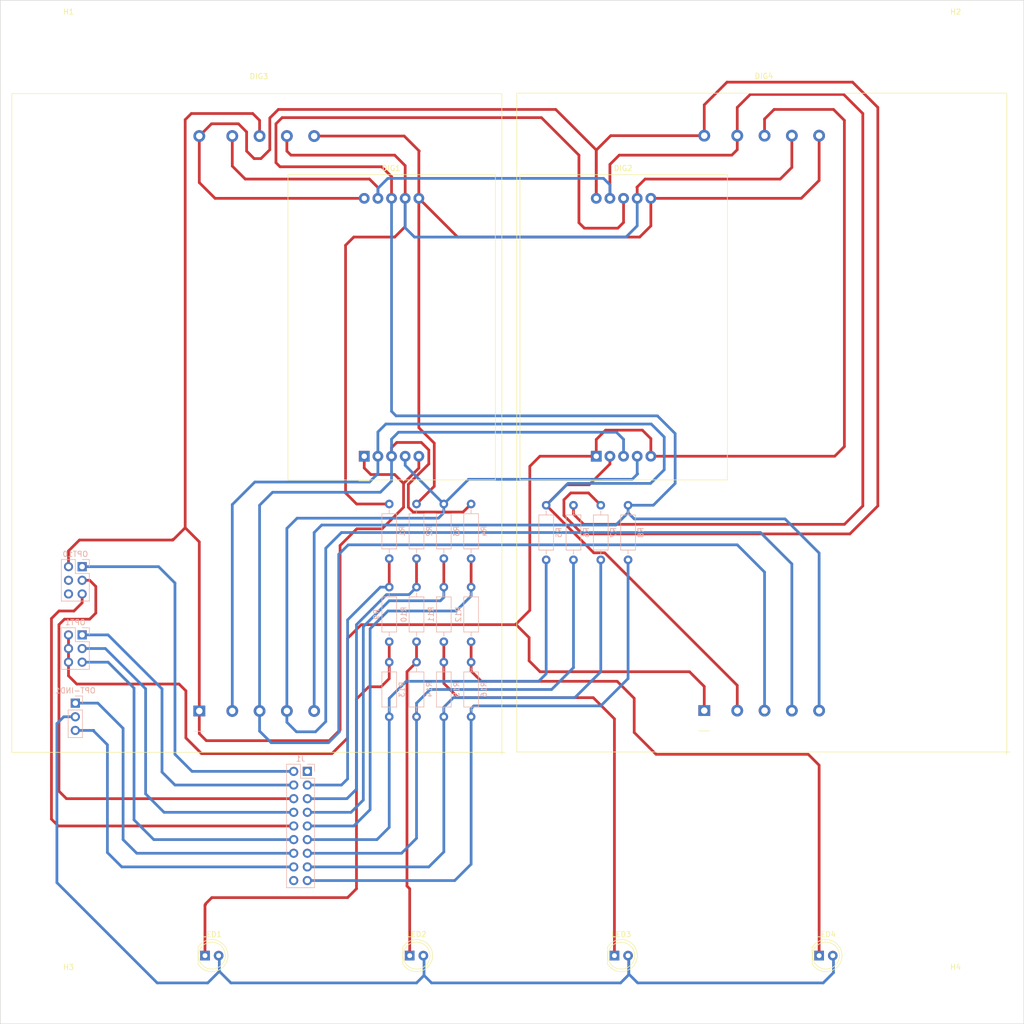
<source format=kicad_pcb>
(kicad_pcb (version 20221018) (generator pcbnew)
  (title_block (title "Portable Score Board - Digits") (date "2023-06-20") (rev "1") (company "AESilky") (comment 1 "Copyright AESilky 2023") (comment 4 "Digits board used for Team-A, Team-B, and Period/Time digits"))
  (layers (0 "F.Cu" signal) (31 "B.Cu" signal) (34 "B.Paste" user) (35 "F.Paste" user) (36 "B.SilkS" user "B.Silkscreen") (37 "F.SilkS" user "F.Silkscreen") (38 "B.Mask" user) (39 "F.Mask" user) (44 "Edge.Cuts" user))
  (net 0 "")
  (net 1 "/SDA.E")
  (net 2 "/SDA.D")
  (net 3 "/SDA.C")
  (net 4 "/SDA.B")
  (net 5 "/SDA.A")
  (net 6 "/SDA.P")
  (net 7 "/SDA.F")
  (net 8 "/SDA.G")
  (net 9 "GND")
  (net 10 "Net-(J1-Pin_2)")
  (net 11 "/SD.A")
  (net 12 "Net-(J1-Pin_4)")
  (net 13 "/SD.B")
  (net 14 "Net-(J1-Pin_6)")
  (net 15 "/SD.C")
  (net 16 "Net-(J1-Pin_8)")
  (net 17 "/SD.D")
  (net 18 "Net-(J1-Pin_10)")
  (net 19 "/SD.E")
  (net 20 "Net-(J1-Pin_12)")
  (net 21 "/SD.F")
  (net 22 "Net-(J1-Pin_14)")
  (net 23 "/SD.G")
  (net 24 "Net-(J1-Pin_16)")
  (net 25 "/SD.P")
  (net 26 "Net-(LED1-K)")
  (net 27 "Net-(LED1-A)")
  (net 28 "Net-(LED2-K)")
  (net 29 "Net-(LED3-K)")
  (net 30 "Net-(LED4-K)")
  (net 31 "Net-(OPT10-Pin_2)")
  (net 32 "Net-(OPT1-Pin_2)")
  (footprint "MountingHole:MountingHole_3.2mm_M3" (layer "F.Cu") (at 26.7 22.93)
    (fp_text reference "H1")
    (fp_text value "MountingHole")
  )
  (footprint "LED_THT:LED_D5.0mm" (layer "F.Cu") (at 166.4 194.38)
    (fp_text reference "LED4")
    (fp_text value "IND-A4")
  )
  (footprint "MountingHole:MountingHole_3.2mm_M3" (layer "F.Cu") (at 191.8 22.93)
    (fp_text reference "H2")
    (fp_text value "MountingHole")
  )
  (footprint "AES_Library:DISP-40101BCR-AES" (layer "F.Cu") (at 110.52 156.28)
    (fp_text reference "DIG4")
    (fp_text value "WJLEDS40012TUR11")
  )
  (footprint "AES_Library:DISP-CL18011BS-AES" (layer "F.Cu") (at 67.94 105.44)
    (fp_text reference "DIG1")
    (fp_text value "WJLEDS18012TUR11")
  )
  (footprint "AES_Library:DISP-40101BCR-AES" (layer "F.Cu") (at 16.54 156.35)
    (fp_text reference "DIG3")
    (fp_text value "WJLEDS40012TUR11")
  )
  (footprint "LED_THT:LED_D5.0mm" (layer "F.Cu") (at 52.1 194.38)
    (fp_text reference "LED1")
    (fp_text value "IND-A1")
  )
  (footprint "LED_THT:LED_D5.0mm" (layer "F.Cu") (at 128.3 194.38)
    (fp_text reference "LED3")
    (fp_text value "IND-A3")
  )
  (footprint "MountingHole:MountingHole_3.2mm_M3" (layer "F.Cu") (at 191.8 200.73)
    (fp_text reference "H4")
    (fp_text value "MountingHole")
  )
  (footprint "LED_THT:LED_D5.0mm" (layer "F.Cu") (at 90.2 194.38)
    (fp_text reference "LED2")
    (fp_text value "IND-A2")
  )
  (footprint "AES_Library:DISP-CL18011BS-AES" (layer "F.Cu") (at 111.12 105.44)
    (fp_text reference "DIG2")
    (fp_text value "WJLEDS18012TUR11")
  )
  (footprint "MountingHole:MountingHole_3.2mm_M3" (layer "F.Cu") (at 26.7 200.73)
    (fp_text reference "H3")
    (fp_text value "MountingHole")
  )
  (footprint "Resistor_THT:R_Axial_DIN0207_L6.3mm_D2.5mm_P10.16mm_Horizontal" (layer "B.Cu") (at 115.6 120.72 90)
    (fp_text reference "R5")
    (fp_text value "0")
  )
  (footprint "Resistor_THT:R_Axial_DIN0207_L6.3mm_D2.5mm_P10.16mm_Horizontal" (layer "B.Cu") (at 101.63 125.8 -90)
    (fp_text reference "R12")
    (fp_text value "150")
  )
  (footprint "Connector_PinHeader_2.54mm:PinHeader_2x03_P2.54mm_Vertical" (layer "B.Cu") (at 29.24 121.99 180)
    (fp_text reference "OPT10")
    (fp_text value "Conn_02x03_Odd_Even")
  )
  (footprint "Resistor_THT:R_Axial_DIN0207_L6.3mm_D2.5mm_P10.16mm_Horizontal" (layer "B.Cu") (at 125.76 120.72 90)
    (fp_text reference "R7")
    (fp_text value "0")
  )
  (footprint "Connector_PinHeader_2.54mm:PinHeader_2x09_P2.54mm_Vertical" (layer "B.Cu") (at 71.15 160.09 180)
    (fp_text reference "J1")
    (fp_text value "Conn_02x09_Odd_Even")
  )
  (footprint "Resistor_THT:R_Axial_DIN0207_L6.3mm_D2.5mm_P10.16mm_Horizontal" (layer "B.Cu") (at 86.39 149.93 90)
    (fp_text reference "R13")
    (fp_text value "150")
  )
  (footprint "Resistor_THT:R_Axial_DIN0207_L6.3mm_D2.5mm_P10.16mm_Horizontal" (layer "B.Cu") (at 91.47 125.8 -90)
    (fp_text reference "R10")
    (fp_text value "150")
  )
  (footprint "Resistor_THT:R_Axial_DIN0207_L6.3mm_D2.5mm_P10.16mm_Horizontal" (layer "B.Cu") (at 91.47 120.49 90)
    (fp_text reference "R2")
    (fp_text value "0")
  )
  (footprint "Resistor_THT:R_Axial_DIN0207_L6.3mm_D2.5mm_P10.16mm_Horizontal" (layer "B.Cu") (at 96.55 125.8 -90)
    (fp_text reference "R11")
    (fp_text value "150")
  )
  (footprint "Resistor_THT:R_Axial_DIN0207_L6.3mm_D2.5mm_P10.16mm_Horizontal" (layer "B.Cu") (at 120.68 120.72 90)
    (fp_text reference "R6")
    (fp_text value "0")
  )
  (footprint "Resistor_THT:R_Axial_DIN0207_L6.3mm_D2.5mm_P10.16mm_Horizontal" (layer "B.Cu") (at 96.55 120.49 90)
    (fp_text reference "R3")
    (fp_text value "0")
  )
  (footprint "Resistor_THT:R_Axial_DIN0207_L6.3mm_D2.5mm_P10.16mm_Horizontal" (layer "B.Cu") (at 101.63 149.93 90)
    (fp_text reference "R16")
    (fp_text value "150")
  )
  (footprint "Resistor_THT:R_Axial_DIN0207_L6.3mm_D2.5mm_P10.16mm_Horizontal" (layer "B.Cu") (at 91.47 149.93 90)
    (fp_text reference "R14")
    (fp_text value "150")
  )
  (footprint "Resistor_THT:R_Axial_DIN0207_L6.3mm_D2.5mm_P10.16mm_Horizontal" (layer "B.Cu") (at 101.63 120.49 90)
    (fp_text reference "R4")
    (fp_text value "0")
  )
  (footprint "Resistor_THT:R_Axial_DIN0207_L6.3mm_D2.5mm_P10.16mm_Horizontal" (layer "B.Cu") (at 130.84 120.72 90)
    (fp_text reference "R8")
    (fp_text value "0")
  )
  (footprint "Connector_PinHeader_2.54mm:PinHeader_2x03_P2.54mm_Vertical" (layer "B.Cu") (at 29.24 134.69 180)
    (fp_text reference "OPT1")
    (fp_text value "Conn_02x03_Odd_Even")
  )
  (footprint "Resistor_THT:R_Axial_DIN0207_L6.3mm_D2.5mm_P10.16mm_Horizontal" (layer "B.Cu") (at 86.39 125.8 -90)
    (fp_text reference "R9")
    (fp_text value "150")
  )
  (footprint "Connector_PinHeader_2.54mm:PinHeader_1x03_P2.54mm_Vertical" (layer "B.Cu") (at 27.97 147.39 180)
    (fp_text reference "OPT-IND1")
    (fp_text value "Opt_1-2")
  )
  (footprint "Resistor_THT:R_Axial_DIN0207_L6.3mm_D2.5mm_P10.16mm_Horizontal" (layer "B.Cu") (at 96.55 149.93 90)
    (fp_text reference "R15")
    (fp_text value "150")
  )
  (footprint "Resistor_THT:R_Axial_DIN0207_L6.3mm_D2.5mm_P10.16mm_Horizontal" (layer "B.Cu") (at 86.39 120.49 90)
    (fp_text reference "R1")
    (fp_text value "0")
  )
  (gr_rect (start 14 16.58) (end 204.5 207.08) (stroke (width 0.1)) (fill none) (layer "Edge.Cuts"))
  (segment (start 123.601 106.75) (end 127.46 102.891) (width 0.508) (layer "F.Cu") (net 1))
  (segment (start 115.6 110.56) (end 119.41 106.75) (width 0.508) (layer "F.Cu") (net 1))
  (segment (start 115.6 110.56) (end 124.452 119.412) (width 0.508) (layer "F.Cu") (net 1))
  (segment (start 124.452 119.412) (end 126.484 119.412) (width 0.508) (layer "F.Cu") (net 1))
  (segment (start 119.41 106.75) (end 123.601 106.75) (width 0.508) (layer "F.Cu") (net 1))
  (segment (start 126.484 119.412) (end 151.16 144.088) (width 0.508) (layer "F.Cu") (net 1))
  (segment (start 151.16 144.088) (end 151.16 148.78) (width 0.508) (layer "F.Cu") (net 1))
  (segment (start 127.46 102.891) (end 127.46 101.44) (width 0.508) (layer "F.Cu") (net 1))
  (segment (start 84.28 104.669) (end 82.707 106.242) (width 0.508) (layer "B.Cu") (net 1))
  (segment (start 137.571 103.956) (end 137.571 97.86) (width 0.508) (layer "B.Cu") (net 1))
  (segment (start 85.755 95.447) (end 84.28 96.922) (width 0.508) (layer "B.Cu") (net 1))
  (segment (start 115.6 110.56) (end 119.664 106.496) (width 0.508) (layer "B.Cu") (net 1))
  (segment (start 57.18 110.433) (end 57.18 148.85) (width 0.508) (layer "B.Cu") (net 1))
  (segment (start 135.158 95.447) (end 85.755 95.447) (width 0.508) (layer "B.Cu") (net 1))
  (segment (start 84.28 101.44) (end 84.28 104.669) (width 0.508) (layer "B.Cu") (net 1))
  (segment (start 61.371 106.242) (end 57.18 110.433) (width 0.508) (layer "B.Cu") (net 1))
  (segment (start 84.28 96.922) (end 84.28 101.44) (width 0.508) (layer "B.Cu") (net 1))
  (segment (start 135.031 106.496) (end 137.571 103.956) (width 0.508) (layer "B.Cu") (net 1))
  (segment (start 137.571 97.86) (end 135.158 95.447) (width 0.508) (layer "B.Cu") (net 1))
  (segment (start 119.664 106.496) (end 135.031 106.496) (width 0.508) (layer "B.Cu") (net 1))
  (segment (start 82.707 106.242) (end 61.371 106.242) (width 0.508) (layer "B.Cu") (net 1))
  (segment (start 92.359 98.876) (end 87.787 98.876) (width 0.508) (layer "F.Cu") (net 2))
  (segment (start 90.835 111.83) (end 89.946 110.941) (width 0.508) (layer "F.Cu") (net 2))
  (segment (start 87.787 98.876) (end 86.82 99.843) (width 0.508) (layer "F.Cu") (net 2))
  (segment (start 93.756 100.273) (end 92.359 98.876) (width 0.508) (layer "F.Cu") (net 2))
  (segment (start 100.13 111.83) (end 90.835 111.83) (width 0.508) (layer "F.Cu") (net 2))
  (segment (start 89.946 106.68463) (end 93.756 102.87463) (width 0.508) (layer "F.Cu") (net 2))
  (segment (start 93.756 102.87463) (end 93.756 100.273) (width 0.508) (layer "F.Cu") (net 2))
  (segment (start 101.63 110.33) (end 100.13 111.83) (width 0.508) (layer "F.Cu") (net 2))
  (segment (start 89.946 110.941) (end 89.946 106.68463) (width 0.508) (layer "F.Cu") (net 2))
  (segment (start 86.82 99.843) (end 86.82 101.44) (width 0.508) (layer "F.Cu") (net 2))
  (segment (start 156.24 148.78) (end 156.24 123.006) (width 0.508) (layer "B.Cu") (net 2))
  (segment (start 86.82 98.2555) (end 88.1045 96.971) (width 0.508) (layer "B.Cu") (net 2))
  (segment (start 62.26 110.56) (end 62.26 148.85) (width 0.508) (layer "B.Cu") (net 2))
  (segment (start 84.739 108.147) (end 64.673 108.147) (width 0.508) (layer "B.Cu") (net 2))
  (segment (start 86.82 101.44) (end 86.82 106.066) (width 0.508) (layer "B.Cu") (net 2))
  (segment (start 62.26 152.597) (end 62.26 148.85) (width 0.508) (layer "B.Cu") (net 2))
  (segment (start 76.992 119.704) (end 76.992 152.597) (width 0.508) (layer "B.Cu") (net 2))
  (segment (start 86.82 106.066) (end 84.739 108.147) (width 0.508) (layer "B.Cu") (net 2))
  (segment (start 128.681 96.971) (end 130 98.29) (width 0.508) (layer "B.Cu") (net 2))
  (segment (start 151.16 117.926) (end 78.77 117.926) (width 0.508) (layer "B.Cu") (net 2))
  (segment (start 64.673 108.147) (end 62.26 110.56) (width 0.508) (layer "B.Cu") (net 2))
  (segment (start 86.82 101.44) (end 86.82 98.2555) (width 0.508) (layer "B.Cu") (net 2))
  (segment (start 75.087 154.756) (end 64.419 154.756) (width 0.508) (layer "B.Cu") (net 2))
  (segment (start 64.419 154.756) (end 62.26 152.597) (width 0.508) (layer "B.Cu") (net 2))
  (segment (start 130 98.29) (end 130 101.44) (width 0.508) (layer "B.Cu") (net 2))
  (segment (start 156.24 123.006) (end 151.16 117.926) (width 0.508) (layer "B.Cu") (net 2))
  (segment (start 88.1045 96.971) (end 128.681 96.971) (width 0.508) (layer "B.Cu") (net 2))
  (segment (start 77.119 152.724) (end 75.087 154.756) (width 0.508) (layer "B.Cu") (net 2))
  (segment (start 78.77 117.926) (end 76.992 119.704) (width 0.508) (layer "B.Cu") (net 2))
  (segment (start 76.992 152.597) (end 77.119 152.724) (width 0.508) (layer "B.Cu") (net 2))
  (segment (start 131.602 105.734) (end 132.618 104.718) (width 0.508) (layer "B.Cu") (net 3))
  (segment (start 72.674 152.724) (end 69.118 152.724) (width 0.508) (layer "B.Cu") (net 3))
  (segment (start 67.34 148.85) (end 67.34 114.878) (width 0.508) (layer "B.Cu") (net 3))
  (segment (start 155.478 115.64) (end 77.5 115.64) (width 0.508) (layer "B.Cu") (net 3))
  (segment (start 96.55 110.33) (end 101.146 105.734) (width 0.508) (layer "B.Cu") (net 3))
  (segment (start 77.5 115.64) (end 74.579 118.561) (width 0.508) (layer "B.Cu") (net 3))
  (segment (start 132.54 104.64) (end 132.54 101.44) (width 0.508) (layer "B.Cu") (net 3))
  (segment (start 161.32 148.78) (end 161.32 121.482) (width 0.508) (layer "B.Cu") (net 3))
  (segment (start 95.534 112.973) (end 96.55 111.957) (width 0.508) (layer "B.Cu") (net 3))
  (segment (start 89.36 103.14) (end 96.55 110.33) (width 0.508) (layer "B.Cu") (net 3))
  (segment (start 67.34 114.878) (end 69.245 112.973) (width 0.508) (layer "B.Cu") (net 3))
  (segment (start 96.55 111.957) (end 96.55 110.33) (width 0.508) (layer "B.Cu") (net 3))
  (segment (start 101.146 105.734) (end 131.602 105.734) (width 0.508) (layer "B.Cu") (net 3))
  (segment (start 89.36 101.44) (end 89.36 103.14) (width 0.508) (layer "B.Cu") (net 3))
  (segment (start 132.618 104.718) (end 132.54 104.64) (width 0.508) (layer "B.Cu") (net 3))
  (segment (start 74.579 150.819) (end 72.674 152.724) (width 0.508) (layer "B.Cu") (net 3))
  (segment (start 69.245 112.973) (end 95.534 112.973) (width 0.508) (layer "B.Cu") (net 3))
  (segment (start 69.118 152.724) (end 67.34 150.946) (width 0.508) (layer "B.Cu") (net 3))
  (segment (start 161.32 121.482) (end 155.478 115.64) (width 0.508) (layer "B.Cu") (net 3))
  (segment (start 67.34 150.946) (end 67.34 148.85) (width 0.508) (layer "B.Cu") (net 3))
  (segment (start 74.579 118.561) (end 74.579 150.819) (width 0.508) (layer "B.Cu") (net 3))
  (segment (start 72.42 41.85) (end 89.181 41.85) (width 0.508) (layer "F.Cu") (net 4))
  (segment (start 91.9 96.131) (end 94.772 99.003) (width 0.508) (layer "F.Cu") (net 4))
  (segment (start 91.9 53.44) (end 99.109 60.649) (width 0.508) (layer "F.Cu") (net 4))
  (segment (start 91.9 44.725) (end 91.9 53.44) (width 0.508) (layer "F.Cu") (net 4))
  (segment (start 94.772 99.003) (end 94.772 107.028) (width 0.508) (layer "F.Cu") (net 4))
  (segment (start 91.9 53.44) (end 91.9 96.131) (width 0.508) (layer "F.Cu") (net 4))
  (segment (start 91.978 44.647) (end 91.9 44.725) (width 0.508) (layer "F.Cu") (net 4))
  (segment (start 135.08 58.568) (end 135.08 53.44) (width 0.508) (layer "F.Cu") (net 4))
  (segment (start 132.999 60.649) (end 135.08 58.568) (width 0.508) (layer "F.Cu") (net 4))
  (segment (start 135.08 53.44) (end 163.068 53.44) (width 0.508) (layer "F.Cu") (net 4))
  (segment (start 94.772 107.028) (end 91.47 110.33) (width 0.508) (layer "F.Cu") (net 4))
  (segment (start 166.4 50.108) (end 166.4 41.78) (width 0.508) (layer "F.Cu") (net 4))
  (segment (start 163.068 53.44) (end 166.4 50.108) (width 0.508) (layer "F.Cu") (net 4))
  (segment (start 89.181 41.85) (end 91.978 44.647) (width 0.508) (layer "F.Cu") (net 4))
  (segment (start 99.109 60.649) (end 132.999 60.649) (width 0.508) (layer "F.Cu") (net 4))
  (segment (start 132.491 51.378) (end 134.015 49.854) (width 0.508) (layer "F.Cu") (net 5))
  (segment (start 159.161 49.854) (end 161.32 47.695) (width 0.508) (layer "F.Cu") (net 5))
  (segment (start 132.54 51.427) (end 132.491 51.378) (width 0.508) (layer "F.Cu") (net 5))
  (segment (start 86.39 110.33) (end 80.318 110.33) (width 0.508) (layer "F.Cu") (net 5))
  (segment (start 134.015 49.854) (end 159.161 49.854) (width 0.508) (layer "F.Cu") (net 5))
  (segment (start 87.406 45.409) (end 89.36 47.363) (width 0.508) (layer "F.Cu") (net 5))
  (segment (start 68.102 45.409) (end 87.406 45.409) (width 0.508) (layer "F.Cu") (net 5))
  (segment (start 80.318 110.33) (end 78.262 108.274) (width 0.508) (layer "F.Cu") (net 5))
  (segment (start 79.786 60.649) (end 87.406 60.649) (width 0.508) (layer "F.Cu") (net 5))
  (segment (start 67.34 41.85) (end 67.34 44.647) (width 0.508) (layer "F.Cu") (net 5))
  (segment (start 89.36 58.695) (end 89.36 53.44) (width 0.508) (layer "F.Cu") (net 5))
  (segment (start 67.34 44.647) (end 68.102 45.409) (width 0.508) (layer "F.Cu") (net 5))
  (segment (start 78.262 62.173) (end 79.786 60.649) (width 0.508) (layer "F.Cu") (net 5))
  (segment (start 132.54 53.44) (end 132.54 51.427) (width 0.508) (layer "F.Cu") (net 5))
  (segment (start 87.406 60.649) (end 89.36 58.695) (width 0.508) (layer "F.Cu") (net 5))
  (segment (start 89.36 47.363) (end 89.36 53.44) (width 0.508) (layer "F.Cu") (net 5))
  (segment (start 161.32 47.695) (end 161.32 41.78) (width 0.508) (layer "F.Cu") (net 5))
  (segment (start 78.262 108.274) (end 78.262 62.173) (width 0.508) (layer "F.Cu") (net 5))
  (segment (start 132.54 58.568) (end 130.459 60.649) (width 0.508) (layer "B.Cu") (net 5))
  (segment (start 132.54 53.44) (end 132.54 58.568) (width 0.508) (layer "B.Cu") (net 5))
  (segment (start 130.459 60.649) (end 91.089 60.649) (width 0.508) (layer "B.Cu") (net 5))
  (segment (start 89.36 58.92) (end 89.36 53.44) (width 0.508) (layer "B.Cu") (net 5))
  (segment (start 91.089 60.649) (end 89.36 58.92) (width 0.508) (layer "B.Cu") (net 5))
  (segment (start 84.993 47.568) (end 66.07 47.568) (width 0.508) (layer "F.Cu") (net 6))
  (segment (start 121.696 57.982) (end 122.712 58.998) (width 0.508) (layer "F.Cu") (net 6))
  (segment (start 66.07 47.568) (end 65.308 46.806) (width 0.508) (layer "F.Cu") (net 6))
  (segment (start 86.82 49.395) (end 84.993 47.568) (width 0.508) (layer "F.Cu") (net 6))
  (segment (start 130 57.933) (end 130 53.44) (width 0.508) (layer "F.Cu") (net 6))
  (segment (start 121.696 45.409) (end 121.696 57.982) (width 0.508) (layer "F.Cu") (net 6))
  (segment (start 128.935 58.998) (end 130 57.933) (width 0.508) (layer "F.Cu") (net 6))
  (segment (start 65.308 39.567) (end 66.451 38.424) (width 0.508) (layer "F.Cu") (net 6))
  (segment (start 65.308 46.806) (end 65.308 39.567) (width 0.508) (layer "F.Cu") (net 6))
  (segment (start 122.712 58.998) (end 128.935 58.998) (width 0.508) (layer "F.Cu") (net 6))
  (segment (start 66.451 38.424) (end 114.711 38.424) (width 0.508) (layer "F.Cu") (net 6))
  (segment (start 86.82 53.44) (end 86.82 49.395) (width 0.508) (layer "F.Cu") (net 6))
  (segment (start 114.711 38.424) (end 121.696 45.409) (width 0.508) (layer "F.Cu") (net 6))
  (segment (start 166.4 148.78) (end 166.4 119.45) (width 0.508) (layer "B.Cu") (net 6))
  (segment (start 139.603 106.496) (end 135.539 110.56) (width 0.508) (layer "B.Cu") (net 6))
  (segment (start 136.301 93.923) (end 139.603 97.225) (width 0.508) (layer "B.Cu") (net 6))
  (segment (start 72.42 115.64) (end 73.817 114.243) (width 0.508) (layer "B.Cu") (net 6))
  (segment (start 139.603 97.225) (end 139.603 106.496) (width 0.508) (layer "B.Cu") (net 6))
  (segment (start 86.82 93.083) (end 87.66 93.923) (width 0.508) (layer "B.Cu") (net 6))
  (segment (start 131.983 113.1) (end 160.05 113.1) (width 0.508) (layer "B.Cu") (net 6))
  (segment (start 128.554 114.243) (end 130.84 111.957) (width 0.508) (layer "B.Cu") (net 6))
  (segment (start 130.84 111.957) (end 131.983 113.1) (width 0.508) (layer "B.Cu") (net 6))
  (segment (start 86.82 53.44) (end 86.82 93.083) (width 0.508) (layer "B.Cu") (net 6))
  (segment (start 160.05 113.1) (end 166.4 119.45) (width 0.508) (layer "B.Cu") (net 6))
  (segment (start 73.817 114.243) (end 128.554 114.243) (width 0.508) (layer "B.Cu") (net 6))
  (segment (start 72.42 148.85) (end 72.42 115.64) (width 0.508) (layer "B.Cu") (net 6))
  (segment (start 130.84 110.56) (end 130.84 111.957) (width 0.508) (layer "B.Cu") (net 6))
  (segment (start 135.539 110.56) (end 130.84 110.56) (width 0.508) (layer "B.Cu") (net 6))
  (segment (start 87.66 93.923) (end 136.301 93.923) (width 0.508) (layer "B.Cu") (net 6))
  (segment (start 59.593 49.854) (end 82.707 49.854) (width 0.508) (layer "F.Cu") (net 7))
  (segment (start 82.707 49.854) (end 84.28 51.427) (width 0.508) (layer "F.Cu") (net 7))
  (segment (start 122.585 114.116) (end 120.68 112.211) (width 0.508) (layer "F.Cu") (net 7))
  (segment (start 174.528 37.662) (end 174.528 110.687) (width 0.508) (layer "F.Cu") (net 7))
  (segment (start 171.099 114.116) (end 122.585 114.116) (width 0.508) (layer "F.Cu") (net 7))
  (segment (start 151.16 41.78) (end 151.16 44.393) (width 0.508) (layer "F.Cu") (net 7))
  (segment (start 129.189 45.409) (end 127.46 47.138) (width 0.508) (layer "F.Cu") (net 7))
  (segment (start 151.16 44.393) (end 150.144 45.409) (width 0.508) (layer "F.Cu") (net 7))
  (segment (start 84.28 51.427) (end 84.28 53.44) (width 0.508) (layer "F.Cu") (net 7))
  (segment (start 120.68 112.211) (end 120.68 110.56) (width 0.508) (layer "F.Cu") (net 7))
  (segment (start 153.573 34.106) (end 170.972 34.106) (width 0.508) (layer "F.Cu") (net 7))
  (segment (start 170.972 34.106) (end 174.528 37.662) (width 0.508) (layer "F.Cu") (net 7))
  (segment (start 150.144 45.409) (end 129.189 45.409) (width 0.508) (layer "F.Cu") (net 7))
  (segment (start 57.18 41.85) (end 57.18 47.441) (width 0.508) (layer "F.Cu") (net 7))
  (segment (start 57.18 47.441) (end 59.593 49.854) (width 0.508) (layer "F.Cu") (net 7))
  (segment (start 151.16 36.519) (end 153.573 34.106) (width 0.508) (layer "F.Cu") (net 7))
  (segment (start 174.528 110.687) (end 171.099 114.116) (width 0.508) (layer "F.Cu") (net 7))
  (segment (start 151.16 41.78) (end 151.16 36.519) (width 0.508) (layer "F.Cu") (net 7))
  (segment (start 127.46 47.138) (end 127.46 53.44) (width 0.508) (layer "F.Cu") (net 7))
  (segment (start 126.268 49.727) (end 127.46 50.919) (width 0.508) (layer "B.Cu") (net 7))
  (segment (start 84.28 51.583) (end 86.136 49.727) (width 0.508) (layer "B.Cu") (net 7))
  (segment (start 84.28 53.44) (end 84.28 51.583) (width 0.508) (layer "B.Cu") (net 7))
  (segment (start 86.136 49.727) (end 126.268 49.727) (width 0.508) (layer "B.Cu") (net 7))
  (segment (start 127.46 50.919) (end 127.46 53.44) (width 0.508) (layer "B.Cu") (net 7))
  (segment (start 120.172 108.274) (end 123.474 108.274) (width 0.508) (layer "F.Cu") (net 8))
  (segment (start 62.514 46.044) (end 61.244 46.044) (width 0.508) (layer "F.Cu") (net 8))
  (segment (start 172.623 31.82) (end 177.322 36.519) (width 0.508) (layer "F.Cu") (net 8))
  (segment (start 118.902 109.544) (end 120.172 108.274) (width 0.508) (layer "F.Cu") (net 8))
  (segment (start 172.115 115.894) (end 122.331 115.894) (width 0.508) (layer "F.Cu") (net 8))
  (segment (start 145.02 36.055) (end 149.255 31.82) (width 0.508) (layer "F.Cu") (net 8))
  (segment (start 64.165 44.393) (end 62.514 46.044) (width 0.508) (layer "F.Cu") (net 8))
  (segment (start 127.611 41.78) (end 124.92 44.471) (width 0.508) (layer "F.Cu") (net 8))
  (segment (start 58.323 39.567) (end 53.323 39.567) (width 0.508) (layer "F.Cu") (net 8))
  (segment (start 53.9715 53.44) (end 81.74 53.44) (width 0.508) (layer "F.Cu") (net 8))
  (segment (start 122.331 115.894) (end 118.902 112.465) (width 0.508) (layer "F.Cu") (net 8))
  (segment (start 124.92 53.44) (end 124.92 44.442) (width 0.508) (layer "F.Cu") (net 8))
  (segment (start 123.474 108.274) (end 125.76 110.56) (width 0.508) (layer "F.Cu") (net 8))
  (segment (start 117.378 36.9) (end 65.754369 36.9) (width 0.508) (layer "F.Cu") (net 8))
  (segment (start 124.92 44.442) (end 117.378 36.9) (width 0.508) (layer "F.Cu") (net 8))
  (segment (start 118.902 112.465) (end 118.902 109.544) (width 0.508) (layer "F.Cu") (net 8))
  (segment (start 177.322 36.519) (end 177.322 110.687) (width 0.508) (layer "F.Cu") (net 8))
  (segment (start 53.323 39.567) (end 51.04 41.85) (width 0.508) (layer "F.Cu") (net 8))
  (segment (start 61.244 46.044) (end 59.847 44.647) (width 0.508) (layer "F.Cu") (net 8))
  (segment (start 145.02 41.78) (end 127.611 41.78) (width 0.508) (layer "F.Cu") (net 8))
  (segment (start 145.02 41.78) (end 145.02 36.055) (width 0.508) (layer "F.Cu") (net 8))
  (segment (start 51.04 50.5085) (end 53.9715 53.44) (width 0.508) (layer "F.Cu") (net 8))
  (segment (start 149.255 31.82) (end 172.623 31.82) (width 0.508) (layer "F.Cu") (net 8))
  (segment (start 65.754369 36.9) (end 64.165 38.489369) (width 0.508) (layer "F.Cu") (net 8))
  (segment (start 51.04 41.85) (end 51.04 50.5085) (width 0.508) (layer "F.Cu") (net 8))
  (segment (start 64.165 38.489369) (end 64.165 44.393) (width 0.508) (layer "F.Cu") (net 8))
  (segment (start 124.92 44.471) (end 124.92 53.44) (width 0.508) (layer "F.Cu") (net 8))
  (segment (start 59.847 44.647) (end 59.847 41.091) (width 0.508) (layer "F.Cu") (net 8))
  (segment (start 177.322 110.687) (end 172.115 115.894) (width 0.508) (layer "F.Cu") (net 8))
  (segment (start 59.847 41.091) (end 58.323 39.567) (width 0.508) (layer "F.Cu") (net 8))
  (segment (start 43.464 121.99) (end 46.512 125.038) (width 0.508) (layer "B.Cu") (net 10))
  (segment (start 29.24 121.99) (end 43.464 121.99) (width 0.508) (layer "B.Cu") (net 10))
  (segment (start 49.687 160.09) (end 68.61 160.09) (width 0.508) (layer "B.Cu") (net 10))
  (segment (start 46.512 156.915) (end 49.687 160.09) (width 0.508) (layer "B.Cu") (net 10))
  (segment (start 46.512 125.038) (end 46.512 156.915) (width 0.508) (layer "B.Cu") (net 10))
  (segment (start 86.39 120.49) (end 86.39 125.8) (width 0.508) (layer "F.Cu") (net 11))
  (segment (start 78.643 131.896) (end 78.643 161.487) (width 0.508) (layer "B.Cu") (net 11))
  (segment (start 77.5 162.63) (end 71.15 162.63) (width 0.508) (layer "B.Cu") (net 11))
  (segment (start 86.39 125.8) (end 84.739 125.8) (width 0.508) (layer "B.Cu") (net 11))
  (segment (start 78.643 161.487) (end 77.5 162.63) (width 0.508) (layer "B.Cu") (net 11))
  (segment (start 84.739 125.8) (end 78.643 131.896) (width 0.508) (layer "B.Cu") (net 11))
  (segment (start 34.066 134.69) (end 44.099 144.723) (width 0.508) (layer "B.Cu") (net 12))
  (segment (start 44.099 160.217) (end 46.512 162.63) (width 0.508) (layer "B.Cu") (net 12))
  (segment (start 46.512 162.63) (end 68.61 162.63) (width 0.508) (layer "B.Cu") (net 12))
  (segment (start 44.099 144.723) (end 44.099 160.217) (width 0.508) (layer "B.Cu") (net 12))
  (segment (start 29.24 134.69) (end 34.066 134.69) (width 0.508) (layer "B.Cu") (net 12))
  (segment (start 91.47 120.49) (end 91.47 125.8) (width 0.508) (layer "F.Cu") (net 13))
  (segment (start 80.294 163.392) (end 80.294 132.785) (width 0.508) (layer "B.Cu") (net 13))
  (segment (start 80.294 132.785) (end 85.882 127.197) (width 0.508) (layer "B.Cu") (net 13))
  (segment (start 78.516 165.17) (end 80.294 163.392) (width 0.508) (layer "B.Cu") (net 13))
  (segment (start 85.882 127.197) (end 90.073 127.197) (width 0.508) (layer "B.Cu") (net 13))
  (segment (start 90.073 127.197) (end 91.47 125.8) (width 0.508) (layer "B.Cu") (net 13))
  (segment (start 71.15 165.17) (end 78.516 165.17) (width 0.508) (layer "B.Cu") (net 13))
  (segment (start 31.78 130.626) (end 31.78 125.673) (width 0.508) (layer "F.Cu") (net 14))
  (segment (start 30.637 124.53) (end 29.24 124.53) (width 0.508) (layer "F.Cu") (net 14))
  (segment (start 24.922 132.785) (end 25.938 131.769) (width 0.508) (layer "F.Cu") (net 14))
  (segment (start 31.78 125.673) (end 30.637 124.53) (width 0.508) (layer "F.Cu") (net 14))
  (segment (start 24.922 163.773) (end 24.922 132.785) (width 0.508) (layer "F.Cu") (net 14))
  (segment (start 68.61 165.17) (end 26.319 165.17) (width 0.508) (layer "F.Cu") (net 14))
  (segment (start 30.637 131.769) (end 31.78 130.626) (width 0.508) (layer "F.Cu") (net 14))
  (segment (start 25.938 131.769) (end 30.637 131.769) (width 0.508) (layer "F.Cu") (net 14))
  (segment (start 26.319 165.17) (end 24.922 163.773) (width 0.508) (layer "F.Cu") (net 14))
  (segment (start 96.55 120.49) (end 96.55 125.8) (width 0.508) (layer "F.Cu") (net 15))
  (segment (start 79.278 167.71) (end 71.15 167.71) (width 0.508) (layer "B.Cu") (net 15))
  (segment (start 95.915 128.34) (end 86.39 128.34) (width 0.508) (layer "B.Cu") (net 15))
  (segment (start 86.39 128.34) (end 81.564 133.166) (width 0.508) (layer "B.Cu") (net 15))
  (segment (start 96.55 125.8) (end 96.55 127.705) (width 0.508) (layer "B.Cu") (net 15))
  (segment (start 96.55 127.705) (end 95.915 128.34) (width 0.508) (layer "B.Cu") (net 15))
  (segment (start 81.564 165.424) (end 79.278 167.71) (width 0.508) (layer "B.Cu") (net 15))
  (segment (start 81.564 133.166) (end 81.564 165.424) (width 0.508) (layer "B.Cu") (net 15))
  (segment (start 33.558 137.23) (end 41.051 144.723) (width 0.508) (layer "B.Cu") (net 16))
  (segment (start 41.051 164.281) (end 44.48 167.71) (width 0.508) (layer "B.Cu") (net 16))
  (segment (start 44.48 167.71) (end 68.61 167.71) (width 0.508) (layer "B.Cu") (net 16))
  (segment (start 29.24 137.23) (end 33.558 137.23) (width 0.508) (layer "B.Cu") (net 16))
  (segment (start 41.051 144.723) (end 41.051 164.281) (width 0.508) (layer "B.Cu") (net 16))
  (segment (start 101.63 120.49) (end 101.63 125.8) (width 0.508) (layer "F.Cu") (net 17))
  (segment (start 79.786 170.25) (end 82.834 167.202) (width 0.508) (layer "B.Cu") (net 17))
  (segment (start 101.63 127.451) (end 101.63 125.8) (width 0.508) (layer "B.Cu") (net 17))
  (segment (start 71.15 170.25) (end 79.786 170.25) (width 0.508) (layer "B.Cu") (net 17))
  (segment (start 82.834 167.202) (end 82.834 133.547) (width 0.508) (layer "B.Cu") (net 17))
  (segment (start 82.834 133.547) (end 86.136 130.245) (width 0.508) (layer "B.Cu") (net 17))
  (segment (start 86.136 130.245) (end 98.836 130.245) (width 0.508) (layer "B.Cu") (net 17))
  (segment (start 98.836 130.245) (end 101.63 127.451) (width 0.508) (layer "B.Cu") (net 17))
  (segment (start 27.716 130.245) (end 29.24 128.721) (width 0.508) (layer "F.Cu") (net 18))
  (segment (start 23.525 131.642) (end 24.922 130.245) (width 0.508) (layer "F.Cu") (net 18))
  (segment (start 24.922 130.245) (end 27.716 130.245) (width 0.508) (layer "F.Cu") (net 18))
  (segment (start 68.61 170.25) (end 24.795 170.25) (width 0.508) (layer "F.Cu") (net 18))
  (segment (start 23.525 168.98) (end 23.525 131.642) (width 0.508) (layer "F.Cu") (net 18))
  (segment (start 24.795 170.25) (end 23.525 168.98) (width 0.508) (layer "F.Cu") (net 18))
  (segment (start 29.24 128.721) (end 29.24 127.07) (width 0.508) (layer "F.Cu") (net 18))
  (segment (start 114.203 143.326) (end 89.565 143.326) (width 0.508) (layer "B.Cu") (net 19))
  (segment (start 84.104 172.79) (end 71.15 172.79) (width 0.508) (layer "B.Cu") (net 19))
  (segment (start 86.39 146.501) (end 86.39 149.93) (width 0.508) (layer "B.Cu") (net 19))
  (segment (start 86.39 170.504) (end 84.104 172.79) (width 0.508) (layer "B.Cu") (net 19))
  (segment (start 115.6 120.72) (end 115.6 141.929) (width 0.508) (layer "B.Cu") (net 19))
  (segment (start 86.39 149.93) (end 86.39 170.504) (width 0.508) (layer "B.Cu") (net 19))
  (segment (start 89.565 143.326) (end 86.39 146.501) (width 0.508) (layer "B.Cu") (net 19))
  (segment (start 115.6 141.929) (end 114.203 143.326) (width 0.508) (layer "B.Cu") (net 19))
  (segment (start 38.892 169.107) (end 42.575 172.79) (width 0.508) (layer "B.Cu") (net 20))
  (segment (start 29.24 139.77) (end 34.066 139.77) (width 0.508) (layer "B.Cu") (net 20))
  (segment (start 42.575 172.79) (end 68.61 172.79) (width 0.508) (layer "B.Cu") (net 20))
  (segment (start 34.066 139.77) (end 38.892 144.596) (width 0.508) (layer "B.Cu") (net 20))
  (segment (start 38.892 144.596) (end 38.892 169.107) (width 0.508) (layer "B.Cu") (net 20))
  (segment (start 120.68 140.786) (end 116.616 144.85) (width 0.508) (layer "B.Cu") (net 21))
  (segment (start 91.47 147.39) (end 91.47 149.93) (width 0.508) (layer "B.Cu") (net 21))
  (segment (start 91.47 172.536) (end 88.676 175.33) (width 0.508) (layer "B.Cu") (net 21))
  (segment (start 91.47 149.93) (end 91.47 172.536) (width 0.508) (layer "B.Cu") (net 21))
  (segment (start 120.68 120.72) (end 120.68 140.786) (width 0.508) (layer "B.Cu") (net 21))
  (segment (start 88.676 175.33) (end 71.15 175.33) (width 0.508) (layer "B.Cu") (net 21))
  (segment (start 116.616 144.85) (end 94.01 144.85) (width 0.508) (layer "B.Cu") (net 21))
  (segment (start 94.01 144.85) (end 91.47 147.39) (width 0.508) (layer "B.Cu") (net 21))
  (segment (start 36.86 172.79) (end 39.4 175.33) (width 0.508) (layer "B.Cu") (net 22))
  (segment (start 36.86 152.089) (end 36.86 172.79) (width 0.508) (layer "B.Cu") (net 22))
  (segment (start 27.97 147.39) (end 32.161 147.39) (width 0.508) (layer "B.Cu") (net 22))
  (segment (start 32.161 147.39) (end 36.86 152.089) (width 0.508) (layer "B.Cu") (net 22))
  (segment (start 39.4 175.33) (end 68.61 175.33) (width 0.508) (layer "B.Cu") (net 22))
  (segment (start 125.76 120.72) (end 125.76 141.548) (width 0.508) (layer "B.Cu") (net 23))
  (segment (start 120.934 146.374) (end 98.328 146.374) (width 0.508) (layer "B.Cu") (net 23))
  (segment (start 125.76 141.548) (end 120.934 146.374) (width 0.508) (layer "B.Cu") (net 23))
  (segment (start 96.55 148.152) (end 96.55 149.93) (width 0.508) (layer "B.Cu") (net 23))
  (segment (start 96.55 175.076) (end 93.756 177.87) (width 0.508) (layer "B.Cu") (net 23))
  (segment (start 98.328 146.374) (end 96.55 148.152) (width 0.508) (layer "B.Cu") (net 23))
  (segment (start 93.756 177.87) (end 71.15 177.87) (width 0.508) (layer "B.Cu") (net 23))
  (segment (start 96.55 149.93) (end 96.55 175.076) (width 0.508) (layer "B.Cu") (net 23))
  (segment (start 36.606 177.87) (end 68.61 177.87) (width 0.508) (layer "B.Cu") (net 24))
  (segment (start 33.939 175.203) (end 36.606 177.87) (width 0.508) (layer "B.Cu") (net 24))
  (segment (start 27.97 152.47) (end 31.399 152.47) (width 0.508) (layer "B.Cu") (net 24))
  (segment (start 31.399 152.597) (end 33.939 155.137) (width 0.508) (layer "B.Cu") (net 24))
  (segment (start 31.399 152.47) (end 31.399 152.597) (width 0.508) (layer "B.Cu") (net 24))
  (segment (start 33.939 155.137) (end 33.939 175.203) (width 0.508) (layer "B.Cu") (net 24))
  (segment (start 101.63 177.362) (end 98.582 180.41) (width 0.508) (layer "B.Cu") (net 25))
  (segment (start 102.138 147.898) (end 125.76 147.898) (width 0.508) (layer "B.Cu") (net 25))
  (segment (start 130.84 142.818) (end 130.84 120.72) (width 0.508) (layer "B.Cu") (net 25))
  (segment (start 101.63 149.93) (end 101.63 148.406) (width 0.508) (layer "B.Cu") (net 25))
  (segment (start 98.582 180.41) (end 71.15 180.41) (width 0.508) (layer "B.Cu") (net 25))
  (segment (start 125.76 147.898) (end 130.84 142.818) (width 0.508) (layer "B.Cu") (net 25))
  (segment (start 101.63 148.406) (end 102.138 147.898) (width 0.508) (layer "B.Cu") (net 25))
  (segment (start 101.63 149.93) (end 101.63 177.362) (width 0.508) (layer "B.Cu") (net 25))
  (segment (start 52.1 194.38) (end 52.1 184.982) (width 0.508) (layer "F.Cu") (net 26))
  (segment (start 86.39 135.96) (end 86.39 139.77) (width 0.508) (layer "F.Cu") (net 26))
  (segment (start 52.227 184.728) (end 53.37 183.585) (width 0.508) (layer "F.Cu") (net 26))
  (segment (start 80.294 181.934) (end 80.294 146.628) (width 0.508) (layer "F.Cu") (net 26))
  (segment (start 84.866 144.342) (end 86.39 142.818) (width 0.508) (layer "F.Cu") (net 26))
  (segment (start 80.294 146.628) (end 82.58 144.342) (width 0.508) (layer "F.Cu") (net 26))
  (segment (start 82.58 144.342) (end 84.866 144.342) (width 0.508) (layer "F.Cu") (net 26))
  (segment (start 52.227 184.855) (end 52.227 184.728) (width 0.508) (layer "F.Cu") (net 26))
  (segment (start 78.643 183.585) (end 80.294 181.934) (width 0.508) (layer "F.Cu") (net 26))
  (segment (start 52.1 184.982) (end 52.227 184.855) (width 0.508) (layer "F.Cu") (net 26))
  (segment (start 86.39 142.818) (end 86.39 139.77) (width 0.508) (layer "F.Cu") (net 26))
  (segment (start 53.37 183.585) (end 78.643 183.585) (width 0.508) (layer "F.Cu") (net 26))
  (segment (start 43.21 199.46) (end 44.099 199.46) (width 0.508) (layer "B.Cu") (net 27))
  (segment (start 130.967 197.936) (end 130.967 194.888) (width 0.508) (layer "B.Cu") (net 27))
  (segment (start 24.541 180.791) (end 43.21 199.46) (width 0.508) (layer "B.Cu") (net 27))
  (segment (start 129.443 199.46) (end 130.967 197.936) (width 0.508) (layer "B.Cu") (net 27))
  (segment (start 54.767 197.301) (end 56.926 199.46) (width 0.508) (layer "B.Cu") (net 27))
  (segment (start 24.541 151.2) (end 24.541 180.791) (width 0.508) (layer "B.Cu") (net 27))
  (segment (start 92.867 198.063) (end 94.264 199.46) (width 0.508) (layer "B.Cu") (net 27))
  (segment (start 167.162 199.46) (end 169.067 197.555) (width 0.508) (layer "B.Cu") (net 27))
  (segment (start 56.926 199.46) (end 91.47 199.46) (width 0.508) (layer "B.Cu") (net 27))
  (segment (start 94.264 199.46) (end 129.443 199.46) (width 0.508) (layer "B.Cu") (net 27))
  (segment (start 44.226 199.46) (end 52.608 199.46) (width 0.508) (layer "B.Cu") (net 27))
  (segment (start 91.47 199.46) (end 92.867 198.063) (width 0.508) (layer "B.Cu") (net 27))
  (segment (start 52.608 199.46) (end 54.767 197.301) (width 0.508) (layer "B.Cu") (net 27))
  (segment (start 25.811 149.93) (end 24.541 151.2) (width 0.508) (layer "B.Cu") (net 27))
  (segment (start 130.967 197.809) (end 132.618 199.46) (width 0.508) (layer "B.Cu") (net 27))
  (segment (start 132.618 199.46) (end 167.162 199.46) (width 0.508) (layer "B.Cu") (net 27))
  (segment (start 27.97 149.93) (end 25.811 149.93) (width 0.508) (layer "B.Cu") (net 27))
  (segment (start 169.067 197.555) (end 169.067 194.888) (width 0.508) (layer "B.Cu") (net 27))
  (segment (start 130.967 194.888) (end 130.967 197.809) (width 0.508) (layer "B.Cu") (net 27))
  (segment (start 92.867 194.888) (end 92.867 198.063) (width 0.508) (layer "B.Cu") (net 27))
  (segment (start 54.767 194.888) (end 54.767 197.301) (width 0.508) (layer "B.Cu") (net 27))
  (segment (start 89.692 181.426) (end 89.692 141.548) (width 0.508) (layer "F.Cu") (net 28))
  (segment (start 91.47 135.96) (end 91.47 139.77) (width 0.508) (layer "F.Cu") (net 28))
  (segment (start 90.2 194.38) (end 90.2 181.934) (width 0.508) (layer "F.Cu") (net 28))
  (segment (start 89.692 141.548) (end 91.47 139.77) (width 0.508) (layer "F.Cu") (net 28))
  (segment (start 90.2 181.934) (end 89.692 181.426) (width 0.508) (layer "F.Cu") (net 28))
  (segment (start 96.55 135.96) (end 96.55 139.77) (width 0.508) (layer "F.Cu") (net 29))
  (segment (start 124.363 146.374) (end 99.217 146.374) (width 0.508) (layer "F.Cu") (net 29))
  (segment (start 128.3 194.38) (end 128.3 150.311) (width 0.508) (layer "F.Cu") (net 29))
  (segment (start 96.55 143.707) (end 96.55 139.77) (width 0.508) (layer "F.Cu") (net 29))
  (segment (start 128.3 150.311) (end 124.363 146.374) (width 0.508) (layer "F.Cu") (net 29))
  (segment (start 99.217 146.374) (end 96.55 143.707) (width 0.508) (layer "F.Cu") (net 29))
  (segment (start 166.4 158.947) (end 164.368 156.915) (width 0.508) (layer "F.Cu") (net 30))
  (segment (start 136.047 156.915) (end 131.983 152.851) (width 0.508) (layer "F.Cu") (net 30))
  (segment (start 164.368 156.915) (end 136.047 156.915) (width 0.508) (layer "F.Cu") (net 30))
  (segment (start 101.63 135.96) (end 101.63 139.77) (width 0.508) (layer "F.Cu") (net 30))
  (segment (start 131.983 146.501) (end 128.808 143.326) (width 0.508) (layer "F.Cu") (net 30))
  (segment (start 103.535 143.326) (end 101.63 141.421) (width 0.508) (layer "F.Cu") (net 30))
  (segment (start 166.4 194.38) (end 166.4 158.947) (width 0.508) (layer "F.Cu") (net 30))
  (segment (start 101.63 141.421) (end 101.63 139.77) (width 0.508) (layer "F.Cu") (net 30))
  (segment (start 128.808 143.326) (end 103.535 143.326) (width 0.508) (layer "F.Cu") (net 30))
  (segment (start 131.983 152.851) (end 131.983 146.501) (width 0.508) (layer "F.Cu") (net 30))
  (segment (start 85.0565 114.9415) (end 89.057 110.941) (width 0.508) (layer "F.Cu") (net 31))
  (segment (start 81.74 103.624) (end 81.74 101.44) (width 0.508) (layer "F.Cu") (net 31))
  (segment (start 51.04 117.374) (end 51.04 148.85) (width 0.508) (layer "F.Cu") (net 31))
  (segment (start 80.3575 114.9415) (end 85.0565 114.9415) (width 0.508) (layer "F.Cu") (net 31))
  (segment (start 77.246 152.343) (end 77.246 118.053) (width 0.508) (layer "F.Cu") (net 31))
  (segment (start 75.087 154.502) (end 77.246 152.343) (width 0.508) (layer "F.Cu") (net 31))
  (segment (start 26.7 119.069) (end 28.732 117.037) (width 0.508) (layer "F.Cu") (net 31))
  (segment (start 28.732 117.037) (end 46.004 117.037) (width 0.508) (layer "F.Cu") (net 31))
  (segment (start 46.004 117.037) (end 46.131 116.91) (width 0.508) (layer "F.Cu") (net 31))
  (segment (start 89.057 106.496) (end 87.406 104.845) (width 0.508) (layer "F.Cu") (net 31))
  (segment (start 46.131 117.037) (end 48.417 114.751) (width 0.508) (layer "F.Cu") (net 31))
  (segment (start 26.7 121.99) (end 26.7 119.069) (width 0.508) (layer "F.Cu") (net 31))
  (segment (start 74.96 154.375) (end 75.087 154.502) (width 0.508) (layer "F.Cu") (net 31))
  (segment (start 89.057 110.941) (end 89.057 106.496) (width 0.508) (layer "F.Cu") (net 31))
  (segment (start 52.354 154.375) (end 74.96 154.375) (width 0.508) (layer "F.Cu") (net 31))
  (segment (start 48.417 114.751) (end 51.04 117.374) (width 0.508) (layer "F.Cu") (net 31))
  (segment (start 48.417 38.805) (end 48.417 114.751) (width 0.508) (layer "F.Cu") (net 31))
  (segment (start 89.057 106.496) (end 89.311 106.242) (width 0.508) (layer "F.Cu") (net 31))
  (segment (start 77.246 118.053) (end 80.3575 114.9415) (width 0.508) (layer "F.Cu") (net 31))
  (segment (start 51.04 148.85) (end 51.04 153.061) (width 0.508) (layer "F.Cu") (net 31))
  (segment (start 49.56 37.662) (end 48.417 38.805) (width 0.508) (layer "F.Cu") (net 31))
  (segment (start 62.26 38.932) (end 60.99 37.662) (width 0.508) (layer "F.Cu") (net 31))
  (segment (start 87.406 104.845) (end 82.961 104.845) (width 0.508) (layer "F.Cu") (net 31))
  (segment (start 89.311 106.242) (end 91.9 103.653) (width 0.508) (layer "F.Cu") (net 31))
  (segment (start 62.26 41.85) (end 62.26 38.932) (width 0.508) (layer "F.Cu") (net 31))
  (segment (start 60.99 37.662) (end 49.56 37.662) (width 0.508) (layer "F.Cu") (net 31))
  (segment (start 51.04 153.061) (end 52.354 154.375) (width 0.508) (layer "F.Cu") (net 31))
  (segment (start 82.961 104.845) (end 81.74 103.624) (width 0.508) (layer "F.Cu") (net 31))
  (segment (start 91.9 103.653) (end 91.9 101.44) (width 0.508) (layer "F.Cu") (net 31))
  (segment (start 112.552 103.321) (end 112.552 130.118) (width 0.508) (layer "F.Cu") (net 32))
  (segment (start 133.507 96.59) (end 126.649 96.59) (width 0.508) (layer "F.Cu") (net 32))
  (segment (start 28.224 143.834) (end 47.274 143.834) (width 0.508) (layer "F.Cu") (net 32))
  (segment (start 110.012 132.785) (end 112.425 135.198) (width 0.508) (layer "F.Cu") (net 32))
  (segment (start 142.27 141.548) (end 145.02 144.298) (width 0.508) (layer "F.Cu") (net 32))
  (segment (start 112.425 139.516) (end 114.457 141.548) (width 0.508) (layer "F.Cu") (net 32))
  (segment (start 135.08 101.44) (end 135.08 98.163) (width 0.508) (layer "F.Cu") (net 32))
  (segment (start 112.425 135.198) (end 112.425 139.516) (width 0.508) (layer "F.Cu") (net 32))
  (segment (start 26.7 137.23) (end 26.7 134.69) (width 0.508) (layer "F.Cu") (net 32))
  (segment (start 145.02 144.298) (end 145.02 148.78) (width 0.508) (layer "F.Cu") (net 32))
  (segment (start 169.297 101.44) (end 135.08 101.44) (width 0.508) (layer "F.Cu") (net 32))
  (segment (start 47.274 143.834) (end 48.544 145.104) (width 0.508) (layer "F.Cu") (net 32))
  (segment (start 26.7 142.31) (end 28.224 143.834) (width 0.508) (layer "F.Cu") (net 32))
  (segment (start 135.08 98.163) (end 133.507 96.59) (width 0.508) (layer "F.Cu") (net 32))
  (segment (start 126.649 96.59) (end 124.92 98.319) (width 0.508) (layer "F.Cu") (net 32))
  (segment (start 75.722 156.788) (end 78.643 153.867) (width 0.508) (layer "F.Cu") (net 32))
  (segment (start 124.92 98.319) (end 124.92 101.44) (width 0.508) (layer "F.Cu") (net 32))
  (segment (start 78.643 153.867) (end 78.643 135.325) (width 0.508) (layer "F.Cu") (net 32))
  (segment (start 171.099 38.932) (end 171.099 99.638) (width 0.508) (layer "F.Cu") (net 32))
  (segment (start 51.465 156.788) (end 75.722 156.788) (width 0.508) (layer "F.Cu") (net 32))
  (segment (start 156.24 38.678) (end 158.018 36.9) (width 0.508) (layer "F.Cu") (net 32))
  (segment (start 156.24 41.78) (end 156.24 38.678) (width 0.508) (layer "F.Cu") (net 32))
  (segment (start 48.544 145.104) (end 48.544 153.867) (width 0.508) (layer "F.Cu") (net 32))
  (segment (start 114.457 141.548) (end 142.27 141.548) (width 0.508) (layer "F.Cu") (net 32))
  (segment (start 109.885 132.785) (end 110.012 132.785) (width 0.508) (layer "F.Cu") (net 32))
  (segment (start 169.067 36.9) (end 171.099 38.932) (width 0.508) (layer "F.Cu") (net 32))
  (segment (start 114.433 101.44) (end 112.552 103.321) (width 0.508) (layer "F.Cu") (net 32))
  (segment (start 158.018 36.9) (end 169.067 36.9) (width 0.508) (layer "F.Cu") (net 32))
  (segment (start 78.643 135.325) (end 81.183 132.785) (width 0.508) (layer "F.Cu") (net 32))
  (segment (start 171.099 99.638) (end 169.297 101.44) (width 0.508) (layer "F.Cu") (net 32))
  (segment (start 109.885 132.785) (end 112.552 130.118) (width 0.508) (layer "F.Cu") (net 32))
  (segment (start 81.183 132.785) (end 109.885 132.785) (width 0.508) (layer "F.Cu") (net 32))
  (segment (start 48.544 153.867) (end 51.465 156.788) (width 0.508) (layer "F.Cu") (net 32))
  (segment (start 26.7 139.77) (end 26.7 137.23) (width 0.508) (layer "F.Cu") (net 32))
  (segment (start 26.7 139.77) (end 26.7 142.31) (width 0.508) (layer "F.Cu") (net 32))
  (segment (start 124.92 101.44) (end 114.433 101.44) (width 0.508) (layer "F.Cu") (net 32))
)
</source>
